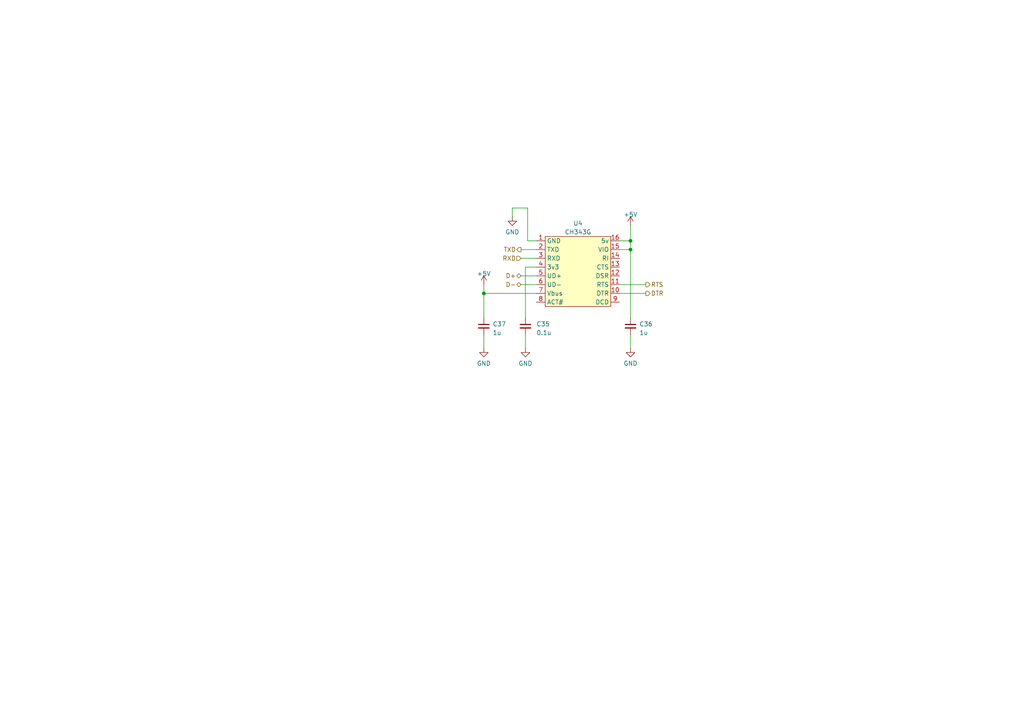
<source format=kicad_sch>
(kicad_sch (version 20230121) (generator eeschema)
  (paper "A4")
  (lib_symbols
    (symbol "Device:C_Small" (pin_numbers hide) (pin_names (offset 0.254) hide)
      (property "Reference" "C" (at 0.254 1.778 0))
      (property "Value" "C_Small" (at 0.254 -2.032 0))
      (symbol "C_Small_0_1"
        (polyline (pts (xy -1.524 -0.508) (xy 1.524 -0.508)) (stroke (width 0.3302)))
        (polyline (pts (xy -1.524 0.508) (xy 1.524 0.508)) (stroke (width 0.3048)))
      )
      (symbol "C_Small_1_1"
        (pin passive line (at 0 2.54 270) (length 2.032) (name "~") (number "1"))
        (pin passive line (at 0 -2.54 90) (length 2.032) (name "~") (number "2"))
      )
    )
    (symbol "IVE:CH343G"
      (property "Reference" "U" (at -1.27 1.27 0))
      (property "Value" "CH343G" (at 0 0 0))
      (symbol "CH343G_1_1"
        (rectangle (start -3.175 -0.635) (end 15.875 -20.955) (fill (type background)))
        (pin power_out line (at -5.715 -1.905 0) (length 2.54) (name "GND") (number "1"))
        (pin input line (at 18.415 -17.145 180) (length 2.54) (name "DTR") (number "10"))
        (pin output line (at 18.415 -14.605 180) (length 2.54) (name "RTS") (number "11"))
        (pin input line (at 18.415 -12.065 180) (length 2.54) (name "DSR") (number "12"))
        (pin input line (at 18.415 -9.525 180) (length 2.54) (name "CTS") (number "13"))
        (pin input line (at 18.415 -6.985 180) (length 2.54) (name "RI") (number "14"))
        (pin power_in line (at 18.415 -4.445 180) (length 2.54) (name "VIO") (number "15"))
        (pin power_in line (at 18.415 -1.905 180) (length 2.54) (name "5v") (number "16"))
        (pin output line (at -5.715 -4.445 0) (length 2.54) (name "TXD") (number "2"))
        (pin input line (at -5.715 -6.985 0) (length 2.54) (name "RXD") (number "3"))
        (pin power_in line (at -5.715 -9.525 0) (length 2.54) (name "3v3") (number "4"))
        (pin bidirectional line (at -5.715 -12.065 0) (length 2.54) (name "UD+") (number "5"))
        (pin bidirectional line (at -5.715 -14.605 0) (length 2.54) (name "UD-") (number "6"))
        (pin power_in line (at -5.715 -17.145 0) (length 2.54) (name "Vbus") (number "7"))
        (pin output line (at -5.715 -19.685 0) (length 2.54) (name "ACT#") (number "8"))
        (pin input line (at 18.415 -19.685 180) (length 2.54) (name "DCD") (number "9"))
      )
    )
    (symbol "power:+5V" (power) (pin_names (offset 0))
      (property "Value" "+5V" (at 0 3.556 0))
      (symbol "+5V_0_1"
        (polyline (pts (xy -0.762 1.27) (xy 0 2.54)))
        (polyline (pts (xy 0 0) (xy 0 2.54)))
        (polyline (pts (xy 0 2.54) (xy 0.762 1.27)))
      )
      (symbol "+5V_1_1"
        (pin power_in line (at 0 0 90) (length 0) hide (name "+5V") (number "1"))
      )
    )
    (symbol "power:GND" (power) (pin_names (offset 0))
      (property "Value" "GND" (at 0 -3.81 0))
      (symbol "GND_0_1"
        (polyline (pts (xy 0 0) (xy 0 -1.27) (xy 1.27 -1.27) (xy 0 -2.54) (xy -1.27 -1.27) (xy 0 -1.27)))
      )
      (symbol "GND_1_1"
        (pin power_in line (at 0 0 270) (length 0) hide (name "GND") (number "1"))
      )
    )
  )
  (junction (at 182.88 69.85))
  (junction (at 182.88 72.39))
  (junction (at 140.335 85.09))
  (wire (pts (xy 153.035 69.85) (xy 155.575 69.85)))
  (wire (pts (xy 151.13 74.93) (xy 155.575 74.93)))
  (wire (pts (xy 140.335 85.09) (xy 140.335 92.075)))
  (wire (pts (xy 140.335 82.55) (xy 140.335 85.09)))
  (wire (pts (xy 155.575 85.09) (xy 140.335 85.09)))
  (wire (pts (xy 182.88 65.405) (xy 182.88 69.85)))
  (wire (pts (xy 151.13 72.39) (xy 155.575 72.39)))
  (wire (pts (xy 179.705 82.55) (xy 187.325 82.55)))
  (wire (pts (xy 148.59 62.865) (xy 148.59 60.325)))
  (wire (pts (xy 182.88 72.39) (xy 182.88 92.075)))
  (wire (pts (xy 182.88 69.85) (xy 179.705 69.85)))
  (wire (pts (xy 152.4 77.47) (xy 152.4 92.075)))
  (wire (pts (xy 140.335 97.155) (xy 140.335 100.965)))
  (wire (pts (xy 155.575 77.47) (xy 152.4 77.47)))
  (wire (pts (xy 153.035 60.325) (xy 153.035 69.85)))
  (wire (pts (xy 148.59 60.325) (xy 153.035 60.325)))
  (wire (pts (xy 179.705 72.39) (xy 182.88 72.39)))
  (wire (pts (xy 179.705 85.09) (xy 187.325 85.09)))
  (wire (pts (xy 182.88 72.39) (xy 182.88 69.85)))
  (wire (pts (xy 182.88 97.155) (xy 182.88 100.965)))
  (wire (pts (xy 152.4 97.155) (xy 152.4 100.965)))
  (wire (pts (xy 151.13 82.55) (xy 155.575 82.55)))
  (wire (pts (xy 151.13 80.01) (xy 155.575 80.01)))
  (hierarchical_label "DTR" (shape output) (at 187.325 85.09 0))
  (hierarchical_label "D-" (shape bidirectional) (at 151.13 82.55 180))
  (hierarchical_label "D+" (shape bidirectional) (at 151.13 80.01 180))
  (hierarchical_label "RTS" (shape output) (at 187.325 82.55 0))
  (hierarchical_label "RXD" (shape input) (at 151.13 74.93 180))
  (hierarchical_label "TXD" (shape output) (at 151.13 72.39 180))
  (symbol (lib_id "power:GND") (at 182.88 100.965 0) (unit 1)
    (property "Reference" "#PWR069" (effects hide))
    (property "Value" "GND" (at 182.88 105.41 0))
  )
  (symbol (lib_id "Device:C_Small") (at 182.88 94.615 0) (unit 1)
    (property "Reference" "C36" (at 185.42 93.9863 0) (effects (justify left)))
    (property "Value" "1u" (at 185.42 96.5263 0) (effects (justify left)))
    (property "Footprint" "Capacitor_SMD:C_0603_1608Metric" (effects hide))
  )
  (symbol (lib_id "power:GND") (at 148.59 62.865 0) (unit 1)
    (property "Reference" "#PWR072" (effects hide))
    (property "Value" "GND" (at 148.59 67.31 0))
  )
  (symbol (lib_id "power:GND") (at 152.4 100.965 0) (unit 1)
    (property "Reference" "#PWR068" (effects hide))
    (property "Value" "GND" (at 152.4 105.41 0))
  )
  (symbol (lib_id "IVE:CH343G") (at 161.29 67.945 0) (unit 1)
    (property "Reference" "U4" (at 167.64 64.77 0))
    (property "Value" "CH343G" (at 167.64 67.31 0))
    (property "Footprint" "Package_SO:SOIC-16_3.9x9.9mm_P1.27mm" (effects hide))
    (property "Datasheet" "https://datasheet.lcsc.com/lcsc/2108172330_WCH-Jiangsu-Qin-Heng-CH343P_C2846043.pdf" (effects hide))
  )
  (symbol (lib_id "Device:C_Small") (at 140.335 94.615 0) (unit 1)
    (property "Reference" "C37" (at 142.875 93.9863 0) (effects (justify left)))
    (property "Value" "1u" (at 142.875 96.5263 0) (effects (justify left)))
    (property "Footprint" "Capacitor_SMD:C_0603_1608Metric" (effects hide))
  )
  (symbol (lib_id "power:GND") (at 140.335 100.965 0) (unit 1)
    (property "Reference" "#PWR070" (effects hide))
    (property "Value" "GND" (at 140.335 105.41 0))
  )
  (symbol (lib_id "power:+5V") (at 140.335 82.55 0) (unit 1)
    (property "Reference" "#PWR071" (effects hide))
    (property "Value" "+5V" (at 140.335 79.375 0))
  )
  (symbol (lib_id "power:+5V") (at 182.88 65.405 0) (unit 1)
    (property "Reference" "#PWR067" (effects hide))
    (property "Value" "+5V" (at 182.88 62.23 0))
  )
  (symbol (lib_id "Device:C_Small") (at 152.4 94.615 0) (unit 1)
    (property "Reference" "C35" (at 155.575 93.9863 0) (effects (justify left)))
    (property "Value" "0.1u" (at 155.575 96.5263 0) (effects (justify left)))
    (property "Footprint" "Capacitor_SMD:C_0603_1608Metric" (effects hide))
  )
)
</source>
